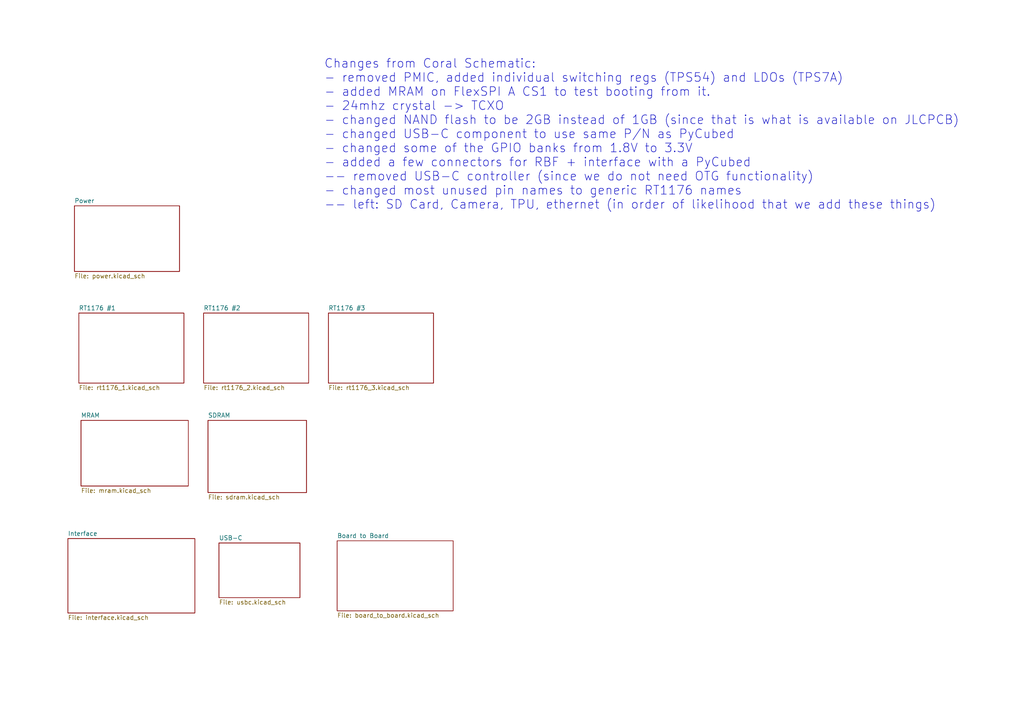
<source format=kicad_sch>
(kicad_sch (version 20230121) (generator eeschema)
  (paper "A4")
  (lib_symbols)
  (text "Changes from Coral Schematic:\n- removed PMIC, added individual switching regs (TPS54) and LDOs (TPS7A)\n- added MRAM on FlexSPI A CS1 to test booting from it.\n- 24mhz crystal -> TCXO\n- changed NAND flash to be 2GB instead of 1GB (since that is what is available on JLCPCB)\n- changed USB-C component to use same P/N as PyCubed\n- changed some of the GPIO banks from 1.8V to 3.3V\n- added a few connectors for RBF + interface with a PyCubed\n-- removed USB-C controller (since we do not need OTG functionality)\n- changed most unused pin names to generic RT1176 names\n-- left: SD Card, Camera, TPU, ethernet (in order of likelihood that we add these things)" (at 93.98 60.96 0) (effects (font (size 2.54 2.54)) (justify left bottom)))
  (sheet (at 95.25 90.805) (size 30.48 20.32) (stroke (width 0.1524))
    (property "Sheetname" "RT1176 #3" (at 95.25 90.0934 0) (effects (justify left bottom)))
    (property "Sheetfile" "rt1176_3.kicad_sch" (at 95.25 111.7096 0) (effects (justify left top)))
  )
  (sheet (at 59.055 90.805) (size 30.48 20.32) (stroke (width 0.1524))
    (property "Sheetname" "RT1176 #2" (at 59.055 90.0934 0) (effects (justify left bottom)))
    (property "Sheetfile" "rt1176_2.kicad_sch" (at 59.055 111.7096 0) (effects (justify left top)))
  )
  (sheet (at 60.325 121.92) (size 28.575 20.955) (stroke (width 0.1524))
    (property "Sheetname" "SDRAM" (at 60.325 121.2084 0) (effects (justify left bottom)))
    (property "Sheetfile" "sdram.kicad_sch" (at 60.325 143.4596 0) (effects (justify left top)))
  )
  (sheet (at 21.59 59.69) (size 30.48 19.05) (stroke (width 0.1524))
    (property "Sheetname" "Power" (at 21.59 58.9784 0) (effects (justify left bottom)))
    (property "Sheetfile" "power.kicad_sch" (at 21.59 79.3246 0) (effects (justify left top)))
  )
  (sheet (at 23.495 121.92) (size 31.115 19.05) (stroke (width 0.1524))
    (property "Sheetname" "MRAM" (at 23.495 121.2084 0) (effects (justify left bottom)))
    (property "Sheetfile" "mram.kicad_sch" (at 23.495 141.5546 0) (effects (justify left top)))
  )
  (sheet (at 22.86 90.805) (size 30.48 20.32) (stroke (width 0.1524))
    (property "Sheetname" "RT1176 #1" (at 22.86 90.0934 0) (effects (justify left bottom)))
    (property "Sheetfile" "rt1176_1.kicad_sch" (at 22.86 111.7096 0) (effects (justify left top)))
  )
  (sheet (at 19.685 156.21) (size 36.83 21.59) (stroke (width 0.1524))
    (property "Sheetname" "Interface" (at 19.685 155.4984 0) (effects (justify left bottom)))
    (property "Sheetfile" "interface.kicad_sch" (at 19.685 178.3846 0) (effects (justify left top)))
  )
  (sheet (at 63.5 157.48) (size 23.495 15.875) (stroke (width 0.1524))
    (property "Sheetname" "USB-C" (at 63.5 156.7684 0) (effects (justify left bottom)))
    (property "Sheetfile" "usbc.kicad_sch" (at 63.5 173.9396 0) (effects (justify left top)))
  )
  (sheet (at 97.79 156.845) (size 33.655 20.32) (stroke (width 0.1524))
    (property "Sheetname" "Board to Board" (at 97.79 156.1334 0) (effects (justify left bottom)))
    (property "Sheetfile" "board_to_board.kicad_sch" (at 97.79 177.7496 0) (effects (justify left top)))
  )
)
</source>
